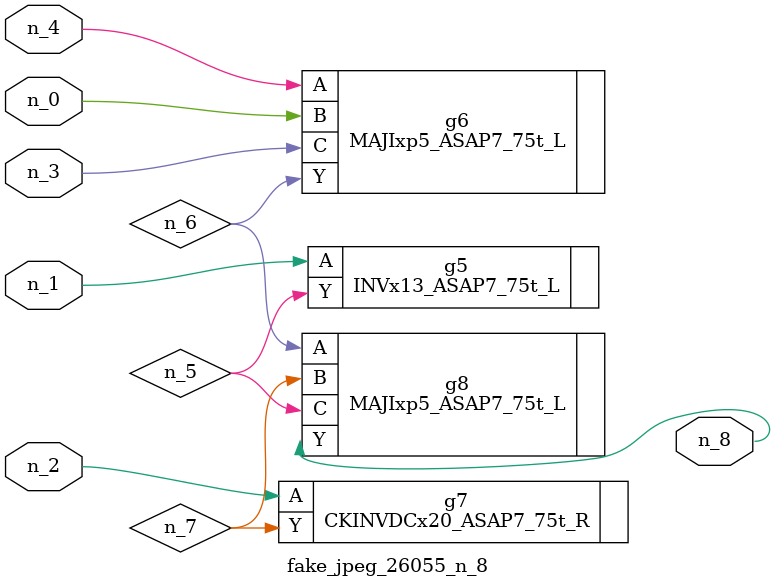
<source format=v>
module fake_jpeg_26055_n_8 (n_3, n_2, n_1, n_0, n_4, n_8);

input n_3;
input n_2;
input n_1;
input n_0;
input n_4;

output n_8;

wire n_6;
wire n_5;
wire n_7;

INVx13_ASAP7_75t_L g5 ( 
.A(n_1),
.Y(n_5)
);

MAJIxp5_ASAP7_75t_L g6 ( 
.A(n_4),
.B(n_0),
.C(n_3),
.Y(n_6)
);

CKINVDCx20_ASAP7_75t_R g7 ( 
.A(n_2),
.Y(n_7)
);

MAJIxp5_ASAP7_75t_L g8 ( 
.A(n_6),
.B(n_7),
.C(n_5),
.Y(n_8)
);


endmodule
</source>
